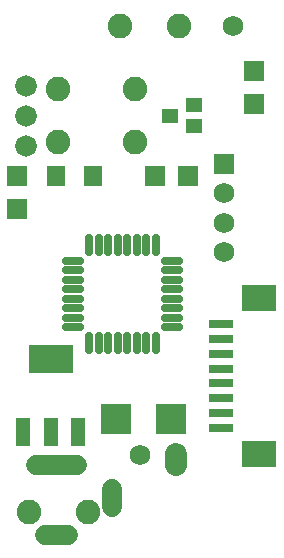
<source format=gts>
G04 ---------------------------- Layer name :TOP SOLDER LAYER*
G04 EasyEDA v5.3.2, Sat, 10 Mar 2018 16:58:59 GMT*
G04 Gerber Generator version 0.2*
G04 Scale: 100 percent, Rotated: No, Reflected: No *
G04 Dimensions in millimeters *
G04 leading zeros omitted , absolute positions ,3 integer and 3 decimal *
%FSLAX33Y33*%
%MOMM*%
G90*
G71D02*

%ADD12C,0.653199*%
%ADD15R,1.803400X1.803400*%
%ADD16R,1.503197X1.803197*%
%ADD17R,2.003196X0.803199*%
%ADD18R,3.003194X2.235200*%
%ADD19R,1.346200X1.219200*%
%ADD20R,1.295400X2.362200*%
%ADD21R,3.708400X2.362200*%
%ADD22R,2.590800X2.590800*%
%ADD23C,2.082800*%
%ADD24C,1.828800*%
%ADD25R,1.727200X1.727200*%
%ADD26C,1.727200*%
%ADD27C,1.703197*%

%LPD*%
G54D12*
G01X8382Y27739D02*
G01X8382Y26539D01*
G01X9182Y27739D02*
G01X9182Y26539D01*
G01X9982Y27739D02*
G01X9982Y26539D01*
G01X10782Y27739D02*
G01X10782Y26539D01*
G01X11579Y27739D02*
G01X11579Y26539D01*
G01X12379Y27739D02*
G01X12379Y26539D01*
G01X13180Y27739D02*
G01X13180Y26539D01*
G01X13980Y27739D02*
G01X13980Y26539D01*
G01X14756Y25763D02*
G01X15956Y25763D01*
G01X14756Y24963D02*
G01X15956Y24963D01*
G01X14756Y24163D02*
G01X15956Y24163D01*
G01X14756Y23362D02*
G01X15956Y23362D01*
G01X14756Y22565D02*
G01X15956Y22565D01*
G01X14756Y21765D02*
G01X15956Y21765D01*
G01X14756Y20965D02*
G01X15956Y20965D01*
G01X14756Y20165D02*
G01X15956Y20165D01*
G01X13980Y19388D02*
G01X13980Y18188D01*
G01X13180Y19388D02*
G01X13180Y18188D01*
G01X12379Y19388D02*
G01X12379Y18188D01*
G01X11579Y19388D02*
G01X11579Y18188D01*
G01X10782Y19388D02*
G01X10782Y18188D01*
G01X9982Y19388D02*
G01X9982Y18188D01*
G01X9182Y19388D02*
G01X9182Y18188D01*
G01X8382Y19388D02*
G01X8382Y18188D01*
G01X6405Y20165D02*
G01X7605Y20165D01*
G01X6405Y20965D02*
G01X7605Y20965D01*
G01X6405Y21765D02*
G01X7605Y21765D01*
G01X6405Y22565D02*
G01X7605Y22565D01*
G01X6405Y23362D02*
G01X7605Y23362D01*
G01X6405Y24163D02*
G01X7605Y24163D01*
G01X6405Y24963D02*
G01X7605Y24963D01*
G01X6405Y25763D02*
G01X7605Y25763D01*
G54D24*
G01X15748Y9436D02*
G01X15748Y8521D01*
G54D27*
G01X3837Y8481D02*
G01X7338Y8481D01*
G01X4588Y2585D02*
G01X6587Y2585D01*
G01X10287Y4926D02*
G01X10287Y6426D01*
G54D23*
G01X3304Y4526D03*
G01X8303Y4533D03*
G01X15999Y45689D03*
G01X11000Y45681D03*
G54D15*
G01X16764Y32981D03*
G01X13964Y32981D03*
G54D16*
G01X8711Y32981D03*
G01X5512Y32981D03*
G54D15*
G01X2286Y30187D03*
G01X2286Y32986D03*
G54D17*
G01X19558Y11645D03*
G01X19558Y12895D03*
G01X19558Y14145D03*
G01X19558Y15394D03*
G01X19558Y16647D03*
G01X19558Y17896D03*
G01X19558Y19146D03*
G01X19558Y20396D03*
G54D18*
G01X22758Y22636D03*
G01X22758Y9410D03*
G54D23*
G01X5748Y40322D03*
G01X12250Y40322D03*
G01X5748Y35801D03*
G01X12250Y35801D03*
G54D24*
G01X2999Y38061D03*
G01X2999Y40601D03*
G01X2999Y35521D03*
G54D25*
G01X19812Y33997D03*
G54D26*
G01X19812Y31498D03*
G01X19812Y28996D03*
G01X19812Y26497D03*
G54D19*
G01X15240Y38061D03*
G01X17272Y38950D03*
G01X17272Y37172D03*
G54D20*
G01X2794Y11239D03*
G01X5105Y11239D03*
G01X7391Y11239D03*
G54D21*
G01X5105Y17437D03*
G54D22*
G01X15290Y12407D03*
G01X10642Y12407D03*
G54D15*
G01X22352Y39077D03*
G01X22352Y41876D03*
G54D26*
G01X20574Y45681D03*
G01X12700Y9359D03*
M00*
M02*

</source>
